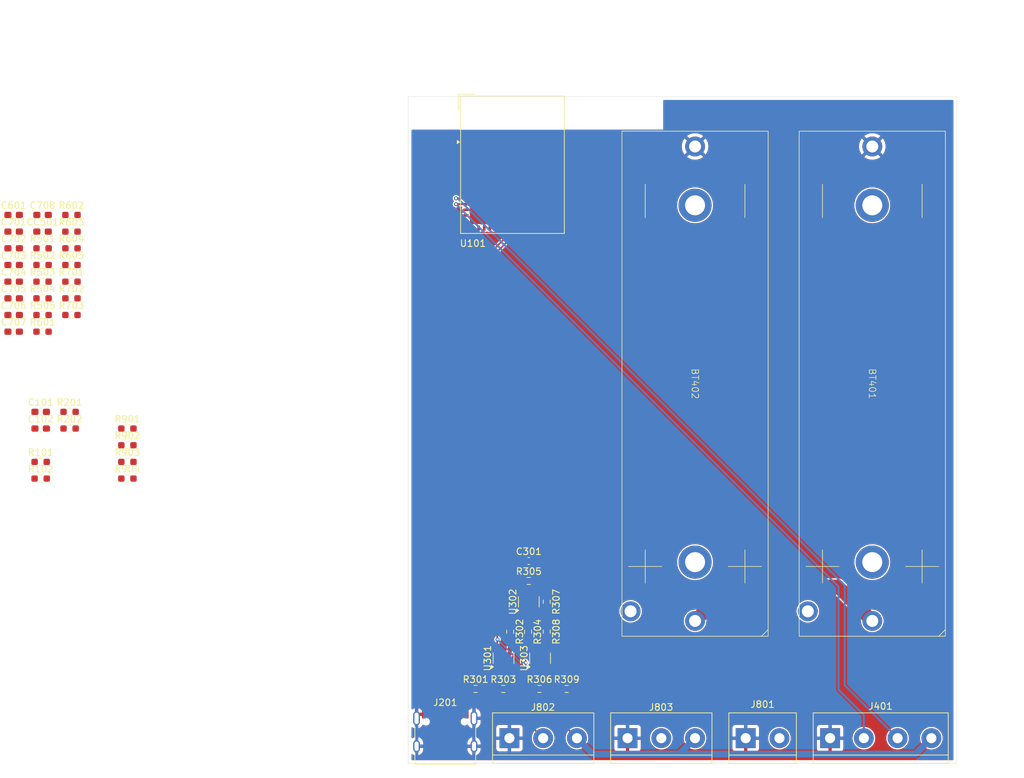
<source format=kicad_pcb>
(kicad_pcb (version 20240108) (generator "pcbnew") (generator_version "8.0")
  (layers (0 "F.Cu" signal) (31 "B.Cu" signal) (34 "B.Paste" user) (35 "F.Paste" user) (36 "B.SilkS" user "B.Silkscreen") (37 "F.SilkS" user "F.Silkscreen") (38 "B.Mask" user) (39 "F.Mask" user) (44 "Edge.Cuts" user))
  (net 0 "")
  (net 1 "+3V3")
  (net 2 "+BATT")
  (net 3 "VBUS")
  (net 4 "/TEMP_SENS")
  (net 5 "SOLAR")
  (net 6 "Net-(U601-VSS)")
  (net 7 "Net-(U701-VAUX)")
  (net 8 "/D+")
  (net 10 "/D-")
  (net 11 "Net-(J201-CC2)")
  (net 12 "Net-(J201-CC1)")
  (net 13 "GND")
  (net 15 "/I2C_SDA")
  (net 16 "/I2C_SCL")
  (net 17 "/PT100")
  (net 18 "/ONE_WIRE")
  (net 19 "/AMP+")
  (net 20 "/TEMP_DIFF+")
  (net 21 "/AMP_OUT")
  (net 22 "/TEMP_REF")
  (net 23 "/AMP-")
  (net 24 "/TEMP_DIFF-")
  (net 25 "Net-(U501-BAT)")
  (net 26 "Net-(U501-TS)")
  (net 27 "Net-(U501-VTSB)")
  (net 28 "Net-(U501-~{EN})")
  (net 29 "Net-(U501-ISET)")
  (net 30 "Net-(U501-VDPM)")
  (net 31 "Net-(U601-BAT)")
  (net 32 "/RESET")
  (net 33 "Net-(U601-TS)")
  (net 34 "Net-(U601-VTSB)")
  (net 35 "Net-(U601-~{EN})")
  (net 36 "Net-(U601-ISET)")
  (net 37 "Net-(U601-VDPM)")
  (net 38 "Net-(U701-EN)")
  (net 39 "Net-(U701-FB)")
  (net 40 "/BAT_SENSE")
  (net 41 "/SOLAR_SENSE")
  (net 48 "/BOOT")
  (footprint "Capacitor_SMD:C_0603_1608Metric_Pad1.08x0.95mm_HandSolder" (layer "F.Cu") (at 59 103.265)
    (property "Reference" "C102" (at 0 -1.43 0) (layer "F.SilkS"))
    (property "Value" "10u")
    (pad "1" smd roundrect (at -0.8625 0) (size 1.075 0.95) (layers "F.Cu" "F.Paste" "F.Mask") (net 48 "/BOOT"))
    (pad "2" smd roundrect (at 0.8625 0) (size 1.075 0.95) (layers "F.Cu" "F.Paste" "F.Mask") (net 13 "GND"))
  )
  (footprint "Resistor_SMD:R_0603_1608Metric_Pad0.98x0.95mm_HandSolder" (layer "F.Cu") (at 63.35 103.265)
    (property "Reference" "R202" (at 0 -1.43 0) (layer "F.SilkS"))
    (property "Value" "5k1")
    (pad "1" smd roundrect (at -0.9125 0) (size 0.975 0.95) (layers "F.Cu" "F.Paste" "F.Mask") (net 12 "Net-(J201-CC1)"))
    (pad "2" smd roundrect (at 0.9125 0) (size 0.975 0.95) (layers "F.Cu" "F.Paste" "F.Mask") (net 13 "GND"))
  )
  (footprint "Capacitor_SMD:C_0603_1608Metric_Pad1.08x0.95mm_HandSolder" (layer "F.Cu") (at 54.9325 71.12)
    (property "Reference" "C601" (at 0 -1.43 0) (layer "F.SilkS"))
    (property "Value" "10u")
    (pad "1" smd roundrect (at -0.8625 0) (size 1.075 0.95) (layers "F.Cu" "F.Paste" "F.Mask") (net 5 "SOLAR"))
    (pad "2" smd roundrect (at 0.8625 0) (size 1.075 0.95) (layers "F.Cu" "F.Paste" "F.Mask") (net 6 "Net-(U601-VSS)"))
  )
  (footprint "Resistor_SMD:R_0603_1608Metric_Pad0.98x0.95mm_HandSolder" (layer "F.Cu") (at 63.6325 73.63)
    (property "Reference" "R603" (at 0 -1.43 0) (layer "F.SilkS"))
    (property "Value" "5k1")
    (pad "1" smd roundrect (at -0.9125 0) (size 0.975 0.95) (layers "F.Cu" "F.Paste" "F.Mask") (net 35 "Net-(U601-~{EN})"))
    (pad "2" smd roundrect (at 0.9125 0) (size 0.975 0.95) (layers "F.Cu" "F.Paste" "F.Mask") (net 6 "Net-(U601-VSS)"))
  )
  (footprint "Resistor_SMD:R_0603_1608Metric_Pad0.98x0.95mm_HandSolder" (layer "F.Cu") (at 128.61875 142.45)
    (property "Reference" "R303" (at 0 -1.43 0) (layer "F.SilkS"))
    (property "Value" "90R")
    (pad "1" smd roundrect (at -0.9125 0) (size 0.975 0.95) (layers "F.Cu" "F.Paste" "F.Mask") (net 17 "/PT100"))
    (pad "2" smd roundrect (at 0.9125 0) (size 0.975 0.95) (layers "F.Cu" "F.Paste" "F.Mask") (net 13 "GND"))
  )
  (footprint "Resistor_SMD:R_0603_1608Metric_Pad0.98x0.95mm_HandSolder" (layer "F.Cu") (at 135.15625 133.8375 -90)
    (property "Reference" "R308" (at 0 -1.43 90) (layer "F.SilkS"))
    (property "Value" "200R")
    (pad "1" smd roundrect (at -0.9125 0 270) (size 0.975 0.95) (layers "F.Cu" "F.Paste" "F.Mask") (net 23 "/AMP-"))
    (pad "2" smd roundrect (at 0.9125 0 270) (size 0.975 0.95) (layers "F.Cu" "F.Paste" "F.Mask") (net 24 "/TEMP_DIFF-"))
  )
  (footprint "Resistor_SMD:R_0603_1608Metric_Pad0.98x0.95mm_HandSolder" (layer "F.Cu") (at 63.35 100.755)
    (property "Reference" "R201" (at 0 -1.43 0) (layer "F.SilkS"))
    (property "Value" "5k1")
    (pad "1" smd roundrect (at -0.9125 0) (size 0.975 0.95) (layers "F.Cu" "F.Paste" "F.Mask") (net 11 "Net-(J201-CC2)"))
    (pad "2" smd roundrect (at 0.9125 0) (size 0.975 0.95) (layers "F.Cu" "F.Paste" "F.Mask") (net 13 "GND"))
  )
  (footprint "Capacitor_SMD:C_0603_1608Metric_Pad1.08x0.95mm_HandSolder" (layer "F.Cu") (at 59.2825 73.63)
    (property "Reference" "CC501" (at 0 -1.43 0) (layer "F.SilkS"))
    (property "Value" "10u")
    (pad "1" smd roundrect (at -0.8625 0) (size 1.075 0.95) (layers "F.Cu" "F.Paste" "F.Mask") (net 3 "VBUS"))
    (pad "2" smd roundrect (at 0.8625 0) (size 1.075 0.95) (layers "F.Cu" "F.Paste" "F.Mask") (net 13 "GND"))
  )
  (footprint "Capacitor_SMD:C_0603_1608Metric_Pad1.08x0.95mm_HandSolder" (layer "F.Cu") (at 54.9325 86.18)
    (property "Reference" "C706" (at 0 -1.43 0) (layer "F.SilkS"))
    (property "Value" "22u")
    (pad "1" smd roundrect (at -0.8625 0) (size 1.075 0.95) (layers "F.Cu" "F.Paste" "F.Mask") (net 1 "+3V3"))
    (pad "2" smd roundrect (at 0.8625 0) (size 1.075 0.95) (layers "F.Cu" "F.Paste" "F.Mask") (net 13 "GND"))
  )
  (footprint "AlfredLib:18650" (layer "F.Cu") (at 184.15 96.52 -90)
    (property "Reference" "BT401" (at 0 0 -90) (layer "F.SilkS") (effects (font (thickness 0.1))))
    (property "Value" "Battery_Cell")
    (pad "" np_thru_hole circle (at -26.85 0 270) (size 5 5) (drill 3) (layers "F&B.Cu" "*.Mask"))
    (pad "" np_thru_hole circle (at 26.85 0 270) (size 5 5) (drill 3) (layers "F&B.Cu" "*.Mask"))
    (pad "" np_thru_hole circle (at 34.25 9.7 270) (size 3 3) (drill 1.8) (layers "F&B.Cu" "*.Mask"))
    (pad "1" thru_hole circle (at 35.7 0 270) (size 3 3) (drill 1.8) (layers "*.Cu" "*.Mask") (net 2 "+BATT"))
    (pad "2" thru_hole circle (at -35.7 0 270) (size 3 3) (drill 1.8) (layers "*.Cu" "*.Mask") (net 13 "GND"))
  )
  (footprint "Resistor_SMD:R_0603_1608Metric_Pad0.98x0.95mm_HandSolder" (layer "F.Cu") (at 59.2825 83.67)
    (property "Reference" "R504" (at 0 -1.43 0) (layer "F.SilkS"))
    (property "Value" "5k1")
    (pad "1" smd roundrect (at -0.9125 0) (size 0.975 0.95) (layers "F.Cu" "F.Paste" "F.Mask") (net 29 "Net-(U501-ISET)"))
    (pad "2" smd roundrect (at 0.9125 0) (size 0.975 0.95) (layers "F.Cu" "F.Paste" "F.Mask") (net 13 "GND"))
  )
  (footprint "Resistor_SMD:R_0603_1608Metric_Pad0.98x0.95mm_HandSolder" (layer "F.Cu") (at 59 108.285)
    (property "Reference" "R101" (at 0 -1.43 0) (layer "F.SilkS"))
    (property "Value" "5k1")
    (pad "1" smd roundrect (at -0.9125 0) (size 0.975 0.95) (layers "F.Cu" "F.Paste" "F.Mask") (net 1 "+3V3"))
    (pad "2" smd roundrect (at 0.9125 0) (size 0.975 0.95) (layers "F.Cu" "F.Paste" "F.Mask") (net 32 "/RESET"))
  )
  (footprint "Capacitor_SMD:C_0603_1608Metric_Pad1.08x0.95mm_HandSolder" (layer "F.Cu") (at 54.9325 78.65)
    (property "Reference" "C703" (at 0 -1.43 0) (layer "F.SilkS"))
    (property "Value" "10u")
    (pad "1" smd roundrect (at -0.8625 0) (size 1.075 0.95) (layers "F.Cu" "F.Paste" "F.Mask") (net 2 "+BATT"))
    (pad "2" smd roundrect (at 0.8625 0) (size 1.075 0.95) (layers "F.Cu" "F.Paste" "F.Mask") (net 13 "GND"))
  )
  (footprint "Resistor_SMD:R_0603_1608Metric_Pad0.98x0.95mm_HandSolder" (layer "F.Cu") (at 132.45625 126.2)
    (property "Reference" "R305" (at 0 -1.43 360) (layer "F.SilkS"))
    (property "Value" "100R")
    (pad "1" smd roundrect (at -0.9125 0) (size 0.975 0.95) (layers "F.Cu" "F.Paste" "F.Mask") (net 4 "/TEMP_SENS"))
    (pad "2" smd roundrect (at 0.9125 0) (size 0.975 0.95) (layers "F.Cu" "F.Paste" "F.Mask") (net 21 "/AMP_OUT"))
  )
  (footprint "Connector_USB:USB_C_Receptacle_G-Switch_GT-USB-7010ASV" (layer "F.Cu") (at 119.89 150)
    (property "Reference" "J201" (at 0 -5.5 0) (layer "F.SilkS"))
    (property "Value" "USB_C_Receptacle_USB2.0_16P")
    (pad "" np_thru_hole circle (at -2.89 -2.605) (size 0.65 0.65) (drill 0.65) (layers "*.Cu" "*.Mask"))
    (pad "" np_thru_hole circle (at 2.89 -2.605) (size 0.65 0.65) (drill 0.65) (layers "*.Cu" "*.Mask"))
    (pad "A1" smd rect (at -3.2 -3.725) (size 0.6 1.24) (layers "F.Cu" "F.Paste" "F.Mask") (net 13 "GND"))
    (pad "A4" smd rect (at -2.4 -3.725) (size 0.6 1.24) (layers "F.Cu" "F.Paste" "F.Mask") (net 3 "VBUS"))
    (pad "A5" smd rect (at -1.25 -3.725) (size 0.3 1.24) (layers "F.Cu" "F.Paste" "F.Mask") (net 12 "Net-(J201-CC1)"))
    (pad "A6" smd rect (at -0.25 -3.725) (size 0.3 1.24) (layers "F.Cu" "F.Paste" "F.Mask") (net 8 "/D+"))
    (pad "A7" smd rect (at 0.25 -3.725) (size 0.3 1.24) (layers "F.Cu" "F.Paste" "F.Mask") (net 10 "/D-"))
    (pad "A8" smd rect (at 1.25 -3.725) (size 0.3 1.24) (layers "F.Cu" "F.Paste" "F.Mask"))
    (pad "A9" smd rect (at 2.4 -3.725) (size 0.6 1.24) (layers "F.Cu" "F.Paste" "F.Mask") (net 3 "VBUS"))
    (pad "A12" smd rect (at 3.2 -3.725) (size 0.6 1.24) (layers "F.Cu" "F.Paste" "F.Mask") (net 13 "GND"))
    (pad "B1" smd rect (at 3.2 -3.725) (size 0.6 1.24) (layers "F.Cu" "F.Paste" "F.Mask") (net 13 "GND"))
    (pad "B4" smd rect (at 2.4 -3.725) (size 0.6 1.24) (layers "F.Cu" "F.Paste" "F.Mask") (net 3 "VBUS"))
    (pad "B5" smd rect (at 1.75 -3.725) (size 0.3 1.24) (layers "F.Cu" "F.Paste" "F.Mask") (net 11 "Net-(J201-CC2)"))
    (pad "B6" smd rect (at 0.75 -3.725) (size 0.3 1.24) (layers "F.Cu" "F.Paste" "F.Mask") (net 8 "/D+"))
    (pad "B7" smd rect (at -0.75 -3.725) (size 0.3 1.24) (layers "F.Cu" "F.Paste" "F.Mask") (net 10 "/D-"))
    (pad "B8" smd rect (at -1.75 -3.725) (size 0.3 1.24) (layers "F.Cu" "F.Paste" "F.Mask"))
    (pad "B9" smd rect (at -2.4 -3.725) (size 0.6 1.24) (layers "F.Cu" "F.Paste" "F.Mask") (net 3 "VBUS"))
    (pad "B12" smd rect (at -3.2 -3.725) (size 0.6 1.24) (layers "F.Cu" "F.Paste" "F.Mask") (net 13 "GND"))
    (pad "S1" thru_hole oval (at -4.32 -3.125) (size 1 2.1) (drill oval 0.6 1.7) (layers "*.Cu" "*.Mask") (net 13 "GND"))
    (pad "S1" thru_hole oval (at -4.32 1.075) (size 1 1.8) (drill oval 0.6 1.4) (layers "*.Cu" "*.Mask") (net 13 "GND"))
    (pad "S1" thru_hole oval (at 4.32 -3.125) (size 1 2.1) (drill oval 0.6 1.7) (layers "*.Cu" "*.Mask") (net 13 "GND"))
    (pad "S1" thru_hole oval (at 4.32 1.075) (size 1 1.8) (drill oval 0.6 1.4) (layers "*.Cu" "*.Mask") (net 13 "GND"))
  )
  (footprint "Resistor_SMD:R_0603_1608Metric_Pad0.98x0.95mm_HandSolder" (layer "F.Cu") (at 59 110.795)
    (property "Reference" "R102" (at 0 -1.43 0) (layer "F.SilkS"))
    (property "Value" "5k1")
    (pad "1" smd roundrect (at -0.9125 0) (size 0.975 0.95) (layers "F.Cu" "F.Paste" "F.Mask") (net 1 "+3V3"))
    (pad "2" smd roundrect (at 0.9125 0) (size 0.975 0.95) (layers "F.Cu" "F.Paste" "F.Mask") (net 48 "/BOOT"))
  )
  (footprint "TerminalBlock:TerminalBlock_bornier-2_P5.08mm" (layer "F.Cu") (at 165.1 149.86)
    (property "Reference" "J801" (at 2.54 -5.08 0) (layer "F.SilkS"))
    (property "Value" "Screw_Terminal_01x02")
    (pad "1" thru_hole rect (at 0 0) (size 3 3) (drill 1.52) (layers "*.Cu" "*.Mask") (net 13 "GND"))
    (pad "2" thru_hole circle (at 5.08 0) (size 3 3) (drill 1.52) (layers "*.Cu" "*.Mask") (net 5 "SOLAR"))
  )
  (footprint "Resistor_SMD:R_0603_1608Metric_Pad0.98x0.95mm_HandSolder" (layer "F.Cu") (at 72.05 110.795)
    (property "Reference" "R904" (at 0 -1.43 0) (layer "F.SilkS"))
    (property "Value" "7k5")
    (pad "1" smd roundrect (at -0.9125 0) (size 0.975 0.95) (layers "F.Cu" "F.Paste" "F.Mask") (net 41 "/SOLAR_SENSE"))
    (pad "2" smd roundrect (at 0.9125 0) (size 0.975 0.95) (layers "F.Cu" "F.Paste" "F.Mask") (net 13 "GND"))
  )
  (footprint "Capacitor_SMD:C_0603_1608Metric_Pad1.08x0.95mm_HandSolder" (layer "F.Cu") (at 54.9325 81.16)
    (property "Reference" "C704" (at 0 -1.43 0) (layer "F.SilkS"))
    (property "Value" "10u")
    (pad "1" smd roundrect (at -0.8625 0) (size 1.075 0.95) (layers "F.Cu" "F.Paste" "F.Mask") (net 1 "+3V3"))
    (pad "2" smd roundrect (at 0.8625 0) (size 1.075 0.95) (layers "F.Cu" "F.Paste" "F.Mask") (net 13 "GND"))
  )
  (footprint "Capacitor_SMD:C_0603_1608Metric_Pad1.08x0.95mm_HandSolder" (layer "F.Cu") (at 54.9325 76.14)
    (property "Reference" "C702" (at 0 -1.43 0) (layer "F.SilkS"))
    (property "Value" "10u")
    (pad "1" smd roundrect (at -0.8625 0) (size 1.075 0.95) (layers "F.Cu" "F.Paste" "F.Mask") (net 2 "+BATT"))
    (pad "2" smd roundrect (at 0.8625 0) (size 1.075 0.95) (layers "F.Cu" "F.Paste" "F.Mask") (net 13 "GND"))
  )
  (footprint "Resistor_SMD:R_0603_1608Metric_Pad0.98x0.95mm_HandSolder" (layer "F.Cu") (at 132.35625 133.85 -90)
    (property "Reference" "R304" (at 0 -1.43 90) (layer "F.SilkS"))
    (property "Value" "1k5")
    (pad "1" smd roundrect (at -0.9125 0 270) (size 0.975 0.95) (layers "F.Cu" "F.Paste" "F.Mask") (net 13 "GND"))
    (pad "2" smd roundrect (at 0.9125 0 270) (size 0.975 0.95) (layers "F.Cu" "F.Paste" "F.Mask") (net 20 "/TEMP_DIFF+"))
  )
  (footprint "Capacitor_SMD:C_0603_1608Metric_Pad1.08x0.95mm_HandSolder" (layer "F.Cu") (at 54.9325 88.69)
    (property "Reference" "C707" (at 0 -1.43 0) (layer "F.SilkS"))
    (property "Value" "22u")
    (pad "1" smd roundrect (at -0.8625 0) (size 1.075 0.95) (layers "F.Cu" "F.Paste" "F.Mask") (net 1 "+3V3"))
    (pad "2" smd roundrect (at 0.8625 0) (size 1.075 0.95) (layers "F.Cu" "F.Paste" "F.Mask") (net 13 "GND"))
  )
  (footprint "TerminalBlock:TerminalBlock_bornier-4_P5.08mm" (layer "F.Cu") (at 177.8 149.86)
    (property "Reference" "J401" (at 7.6 -4.8 0) (layer "F.SilkS"))
    (property "Value" "Screw_Terminal_01x04")
    (pad "1" thru_hole rect (at 0 0) (size 3 3) (drill 1.52) (layers "*.Cu" "*.Mask") (net 13 "GND"))
    (pad "2" thru_hole circle (at 5.08 0) (size 3 3) (drill 1.52) (layers "*.Cu" "*.Mask") (net 16 "/I2C_SCL"))
    (pad "3" thru_hole circle (at 10.16 0) (size 3 3) (drill 1.52) (layers "*.Cu" "*.Mask") (net 15 "/I2C_SDA"))
    (pad "4" thru_hole circle (at 15.24 0) (size 3 3) (drill 1.52) (layers "*.Cu" "*.Mask") (net 1 "+3V3"))
  )
  (footprint "Capacitor_SMD:C_0603_1608Metric_Pad1.08x0.95mm_HandSolder" (layer "F.Cu") (at 59.2825 71.12)
    (property "Reference" "C708" (at 0 -1.43 0) (layer "F.SilkS"))
    (property "Value" "100n")
    (pad "1" smd roundrect (at -0.8625 0) (size 1.075 0.95) (layers "F.Cu" "F.Paste" "F.Mask") (net 7 "Net-(U701-VAUX)"))
    (pad "2" smd roundrect (at 0.8625 0) (size 1.075 0.95) (layers "F.Cu" "F.Paste" "F.Mask") (net 13 "GND"))
  )
  (footprint "Resistor_SMD:R_0603_1608Metric_Pad0.98x0.95mm_HandSolder" (layer "F.Cu") (at 135.15625 129.3375 -90)
    (property "Reference" "R307" (at 0 -1.43 90) (layer "F.SilkS"))
    (property "Value" "1k5")
    (pad "1" smd roundrect (at -0.9125 0 270) (size 0.975 0.95) (layers "F.Cu" "F.Paste" "F.Mask") (net 21 "/AMP_OUT"))
    (pad "2" smd roundrect (at 0.9125 0 270) (size 0.975 0.95) (layers "F.Cu" "F.Paste" "F.Mask") (net 23 "/AMP-"))
  )
  (footprint "Resistor_SMD:R_0603_1608Metric_Pad0.98x0.95mm_HandSolder" (layer "F.Cu") (at 72.05 103.265)
    (property "Reference" "R901" (at 0 -1.43 0) (layer "F.SilkS"))
    (property "Value" "3k")
    (pad "1" smd roundrect (at -0.9125 0) (size 0.975 0.95) (layers "F.Cu" "F.Paste" "F.Mask") (net 2 "+BATT"))
    (pad "2" smd roundrect (at 0.9125 0) (size 0.975 0.95) (layers "F.Cu" "F.Paste" "F.Mask") (net 40 "/BAT_SENSE"))
  )
  (footprint "Capacitor_SMD:C_0603_1608Metric_Pad1.08x0.95mm_HandSolder" (layer "F.Cu") (at 132.45625 123.2)
    (property "Reference" "C301" (at 0 -1.43 0) (layer "F.SilkS"))
    (property "Value" "22u")
    (pad "1" smd roundrect (at -0.8625 0) (size 1.075 0.95) (layers "F.Cu" "F.Paste" "F.Mask") (net 4 "/TEMP_SENS"))
    (pad "2" smd roundrect (at 0.8625 0) (size 1.075 0.95) (layers "F.Cu" "F.Paste" "F.Mask") (net 13 "GND"))
  )
  (footprint "Capacitor_SMD:C_0603_1608Metric_Pad1.08x0.95mm_HandSolder" (layer "F.Cu") (at 54.9325 83.67)
    (property "Reference" "C705" (at 0 -1.43 0) (layer "F.SilkS"))
    (property "Value" "22u")
    (pad "1" smd roundrect (at -0.8625 0) (size 1.075 0.95) (layers "F.Cu" "F.Paste" "F.Mask") (net 1 "+3V3"))
    (pad "2" smd roundrect (at 0.8625 0) (size 1.075 0.95) (layers "F.Cu" "F.Paste" "F.Mask") (net 13 "GND"))
  )
  (footprint "Resistor_SMD:R_0603_1608Metric_Pad0.98x0.95mm_HandSolder" (layer "F.Cu") (at 138.15625 142.45)
    (property "Reference" "R309" (at 0 -1.43 0) (layer "F.SilkS"))
    (property "Value" "90R")
    (pad "1" smd roundrect (at -0.9125 0) (size 0.975 0.95) (layers "F.Cu" "F.Paste" "F.Mask") (net 22 "/TEMP_REF"))
    (pad "2" smd roundrect (at 0.9125 0) (size 0.975 0.95) (layers "F.Cu" "F.Paste" "F.Mask") (net 13 "GND"))
  )
  (footprint "Resistor_SMD:R_0603_1608Metric_Pad0.98x0.95mm_HandSolder" (layer "F.Cu") (at 63.6325 76.14)
    (property "Reference" "R604" (at 0 -1.43 0) (layer "F.SilkS"))
    (property "Value" "5k1")
    (pad "1" smd roundrect (at -0.9125 0) (size 0.975 0.95) (layers "F.Cu" "F.Paste" "F.Mask") (net 36 "Net-(U601-ISET)"))
    (pad "2" smd roundrect (at 0.9125 0) (size 0.975 0.95) (layers "F.Cu" "F.Paste" "F.Mask") (net 6 "Net-(U601-VSS)"))
  )
  (footprint "Resistor_SMD:R_0603_1608Metric_Pad0.98x0.95mm_HandSolder" (layer "F.Cu") (at 59.2825 88.69)
    (property "Reference" "R601" (at 0 -1.43 0) (layer "F.SilkS"))
    (property "Value" "0R")
    (pad "1" smd roundrect (at -0.9125 0) (size 0.975 0.95) (layers "F.Cu" "F.Paste" "F.Mask") (net 31 "Net-(U601-BAT)"))
    (pad "2" smd roundrect (at 0.9125 0) (size 0.975 0.95) (layers "F.Cu" "F.Paste" "F.Mask") (net 2 "+BATT"))
  )
  (footprint "Capacitor_SMD:C_0603_1608Metric_Pad1.08x0.95mm_HandSolder" (layer "F.Cu") (at 54.9325 73.63)
    (property "Reference" "C701" (at 0 -1.43 0) (layer "F.SilkS"))
    (property "Value" "10u")
    (pad "1" smd roundrect (at -0.8625 0) (size 1.075 0.95) (layers "F.Cu" "F.Paste" "F.Mask") (net 2 "+BATT"))
    (pad "2" smd roundrect (at 0.8625 0) (size 1.075 0.95) (layers "F.Cu" "F.Paste" "F.Mask") (net 13 "GND"))
  )
  (footprint "TerminalBlock:TerminalBlock_bornier-3_P5.08mm" (layer "F.Cu") (at 147.32 149.86)
    (property "Reference" "J803" (at 5.05 -4.65 0) (layer "F.SilkS"))
    (property "Value" "Screw_Terminal_01x03")
    (pad "1" thru_hole rect (at 0 0) (size 3 3) (drill 1.52) (layers "*.Cu" "*.Mask") (net 13 "GND"))
    (pad "2" thru_hole circle (at 5.08 0) (size 3 3) (drill 1.52) (layers "*.Cu" "*.Mask") (net 18 "/ONE_WIRE"))
    (pad "3" thru_hole circle (at 10.16 0) (size 3 3) (drill 1.52) (layers "*.Cu" "*.Mask") (net 1 "+3V3"))
  )
  (footprint "Package_TO_SOT_SMD:SOT-23-5" (layer "F.Cu") (at 134.15625 137.8375 90)
    (property "Reference" "U303" (at 0 -2.4 270) (layer "F.SilkS"))
    (property "Value" "LMV321")
    (pad "1" smd roundrect (at -1.1375 -0.95 90) (size 1.325 0.6) (layers "F.Cu" "F.Paste" "F.Mask") (net 22 "/TEMP_REF"))
    (pad "2" smd roundrect (at -1.1375 0 90) (size 1.325 0.6) (layers "F.Cu" "F.Paste" "F.Mask") (net 13 "GND"))
    (pad "3" smd roundrect (at -1.1375 0.95 90) (size 1.325 0.6) (layers "F.Cu" "F.Paste" "F.Mask") (net 24 "/TEMP_DIFF-"))
    (pad "4" smd roundrect (at 1.1375 0.95 90) (size 1.325 0.6) (layers "F.Cu" "F.Paste" "F.Mask") (net 24 "/TEMP_DIFF-"))
    (pad "5" smd roundrect (at 1.1375 -0.95 90) (size 1.325 0.6) (layers "F.Cu" "F.Paste" "F.Mask") (net 1 "+3V3"))
  )
  (footprint "TerminalBlock:TerminalBlock_bornier-3_P5.08mm" (layer "F.Cu") (at 129.54 149.86)
    (property "Reference" "J802" (at 5.05 -4.65 0) (layer "F.SilkS"))
    (property "Value" "Screw_Terminal_01x03")
    (pad "1" thru_hole rect (at 0 0) (size 3 3) (drill 1.52) (layers "*.Cu" "*.Mask") (net 13 "GND"))
    (pad "2" thru_hole circle (at 5.08 0) (size 3 3) (drill 1.52) (layers "*.Cu" "*.Mask") (net 17 "/PT100"))
    (pad "3" thru_hole circle (at 10.16 0) (size 3 3) (drill 1.52) (layers "*.Cu" "*.Mask") (net 1 "+3V3"))
  )
  (footprint "Resistor_SMD:R_0603_1608Metric_Pad0.98x0.95mm_HandSolder" (layer "F.Cu") (at 59.2825 81.16)
    (property "Reference" "R503" (at 0 -1.43 0) (layer "F.SilkS"))
    (property "Value" "5k1")
    (pad "1" smd roundrect (at -0.9125 0) (size 0.975 0.95) (layers "F.Cu" "F.Paste" "F.Mask") (net 28 "Net-(U501-~{EN})"))
    (pad "2" smd roundrect (at 0.9125 0) (size 0.975 0.95) (layers "F.Cu" "F.Paste" "F.Mask") (net 13 "GND"))
  )
  (footprint "Resistor_SMD:R_0603_1608Metric_Pad0.98x0.95mm_HandSolder" (layer "F.Cu") (at 63.6325 86.18)
    (property "Reference" "R703" (at 0 -1.43 0) (layer "F.SilkS"))
    (property "Value" "150k")
    (pad "1" smd roundrect (at -0.9125 0) (size 0.975 0.95) (layers "F.Cu" "F.Paste" "F.Mask") (net 39 "Net-(U701-FB)"))
    (pad "2" smd roundrect (at 0.9125 0) (size 0.975 0.95) (layers "F.Cu" "F.Paste" "F.Mask") (net 13 "GND"))
  )
  (footprint "Resistor_SMD:R_0603_1608Metric_Pad0.98x0.95mm_HandSolder" (layer "F.Cu") (at 134.06875 142.45)
    (property "Reference" "R306" (at 0 -1.43 0) (layer "F.SilkS"))
    (property "Value" "120R")
    (pad "1" smd roundrect (at -0.9125 0) (size 0.975 0.95) (layers "F.Cu" "F.Paste" "F.Mask") (net 1 "+3V3"))
    (pad "2" smd roundrect (at 0.9125 0) (size 0.975 0.95) (layers "F.Cu" "F.Paste" "F.Mask") (net 22 "/TEMP_REF"))
  )
  (footprint "Package_TO_SOT_SMD:SOT-23-5" (layer "F.Cu") (at 132.45625 129.3375 90)
    (property "Reference" "U302" (at 0 -2.4 270) (layer "F.SilkS"))
    (property "Value" "LMV321")
    (pad "1" smd roundrect (at -1.1375 -0.95 90) (size 1.325 0.6) (layers "F.Cu" "F.Paste" "F.Mask") (net 19 "/AMP+"))
    (pad "2" smd roundrect (at -1.1375 0 90) (size 1.325 0.6) (layers "F.Cu" "F.Paste" "F.Mask") (net 13 "GND"))
    (pad "3" smd roundrect (at -1.1375 0.95 90) (size 1.325 0.6) (layers "F.Cu" "F.Paste" "F.Mask") (net 23 "/AMP-"))
    (pad "4" smd roundrect (at 1.1375 0.95 90) (size 1.325 0.6) (layers "F.Cu" "F.Paste" "F.Mask") (net 21 "/AMP_OUT"))
    (pad "5" smd roundrect (at 1.1375 -0.95 90) (size 1.325 0.6) (layers "F.Cu" "F.Paste" "F.Mask") (net 1 "+3V3"))
  )
  (footprint "Package_TO_SOT_SMD:SOT-23-5" (layer "F.Cu") (at 128.65625 137.8375 90)
    (property "Reference" "U301" (at 0 -2.4 270) (layer "F.SilkS"))
    (property "Value" "LMV321")
    (pad "1" smd roundrect (at -1.1375 -0.95 90) (size 1.325 0.6) (layers "F.Cu" "F.Paste" "F.Mask") (net 17 "/PT100"))
    (pad "2" smd roundrect (at -1.1375 0 90) (size 1.325 0.6) (layers "F.Cu" "F.Paste" "F.Mask") (net 13 "GND"))
    (pad "3" smd roundrect (at -1.1375 0.95 90) (size 1.325 0.6) (layers "F.Cu" "F.Paste" "F.Mask") (net 20 "/TEMP_DIFF+"))
    (pad "4" smd roundrect (at 1.1375 0.95 90) (size 1.325 0.6) (layers "F.Cu" "F.Paste" "F.Mask") (net 20 "/TEMP_DIFF+"))
    (pad "5" smd roundrect (at 1.1375 -0.95 90) (size 1.325 0.6) (layers "F.Cu" "F.Paste" "F.Mask") (net 1 "+3V3"))
  )
  (footprint "Resistor_SMD:R_0603_1608Metric_Pad0.98x0.95mm_HandSolder" (layer "F.Cu") (at 63.6325 83.67)
    (property "Reference" "R702" (at 0 -1.43 0) (layer "F.SilkS"))
    (property "Value" "470k")
    (pad "1" smd roundrect (at -0.9125 0) (size 0.975 0.95) (layers "F.Cu" "F.Paste" "F.Mask") (net 1 "+3V3"))
    (pad "2" smd roundrect (at 0.9125 0) (size 0.975 0.95) (layers "F.Cu" "F.Paste" "F.Mask") (net 39 "Net-(U701-FB)"))
  )
  (footprint "Resistor_SMD:R_0603_1608Metric_Pad0.98x0.95mm_HandSolder" (layer "F.Cu") (at 72.05 108.285)
    (property "Reference" "R903" (at 0 -1.43 0) (layer "F.SilkS"))
    (property "Value" "7k5")
    (pad "1" smd roundrect (at -0.9125 0) (size 0.975 0.95) (layers "F.Cu" "F.Paste" "F.Mask") (net 40 "/BAT_SENSE"))
    (pad "2" smd roundrect (at 0.9125 0) (size 0.975 0.95) (layers "F.Cu" "F.Paste" "F.Mask") (net 13 "GND"))
  )
  (footprint "Resistor_SMD:R_0603_1608Metric_Pad0.98x0.95mm_HandSolder" (layer "F.Cu") (at 129.65625 133.8375 -90)
    (property "Reference" "R302" (at 0 -1.43 90) (layer "F.SilkS"))
    (property "Value" "200R")
    (pad "1" smd roundrect (at -0.9125 0 270) (size 0.975 0.95) (layers "F.Cu" "F.Paste" "F.Mask") (net 19 "/AMP+"))
    (pad "2" smd roundrect (at 0.9125 0 270) (size 0.975 0.95) (layers "F.Cu" "F.Paste" "F.Mask") (net 20 "/TEMP_DIFF+"))
  )
  (footprint "Resistor_SMD:R_0603_1608Metric_Pad0.98x0.95mm_HandSolder" (layer "F.Cu") (at 59.2825 86.18)
    (property "Reference" "R505" (at 0 -1.43 0) (layer "F.SilkS"))
    (property "Value" "5k1")
    (pad "1" smd roundrect (at -0.9125 0) (size 0.975 0.95) (layers "F.Cu" "F.Paste" "F.Mask") (net 30 "Net-(U501-VDPM)"))
    (pad "2" smd roundrect (at 0.9125 0) (size 0.975 0.95) (layers "F.Cu" "F.Paste" "F.Mask") (net 13 "GND"))
  )
  (footprint "AlfredLib:18650" (layer "F.Cu") (at 157.48 96.52 -90)
    (property "Reference" "BT402" (at 0 0 -90) (layer "F.SilkS") (effects (font (thickness 0.1))))
    (property "Value" "Battery_Cell")
    (pad "" np_thru_hole circle (at -26.85 0 270) (size 5 5) (drill 3) (layers "F&B.Cu" "*.Mask"))
    (pad "" np_thru_hole circle (at 26.85 0 270) (size 5 5) (drill 3) (layers "F&B.Cu" "*.Mask"))
    (pad "" np_thru_hole circle (at 34.25 9.7 270) (size 3 3) (drill 1.8) (layers "F&B.Cu" "*.Mask"))
    (pad "1" thru_hole circle (at 35.7 0 270) (size 3 3) (drill 1.8) (layers "*.Cu" "*.Mask") (net 2 "+BATT"))
    (pad "2" thru_hole circle (at -35.7 0 270) (size 3 3) (drill 1.8) (layers "*.Cu" "*.Mask") (net 13 "GND"))
  )
  (footprint "RF_Module:ESP32-S2-MINI-1" (layer "F.Cu") (at 130 63.55)
    (property "Reference" "U101" (at -5.95 11.85 0) (layer "F.SilkS"))
    (property "Value" "ESP32-S3-MINI-1")
    (pad "1" smd rect (at -7 -3.4) (size 0.8 0.4) (layers "F.Cu" "F.Paste" "F.Mask") (net 13 "GND"))
    (pad "2" smd rect (at -7 -2.55) (size 0.8 0.4) (layers "F.Cu" "F.Paste" "F.Mask") (net 13 "GND"))
    (pad "3" smd rect (at -7 -1.7) (size 0.8 0.4) (layers "F.Cu" "F.Paste" "F.Mask") (net 1 "+3V3"))
    (pad "4" smd rect (at -7 -0.85) (size 0.8 0.4) (layers "F.Cu" "F.Paste" "F.Mask") (net 48 "/BOOT"))
    (pad "5" smd rect (at -7 0) (size 0.8 0.4) (layers "F.Cu" "F.Paste" "F.Mask") (net 4 "/TEMP_SENS"))
    (pad "6" smd rect (at -7 0.85) (size 0.8 0.4) (layers "F.Cu" "F.Paste" "F.Mask") (net 40 "/BAT_SENSE"))
    (pad "7" smd rect (at -7 1.7) (size 0.8 0.4) (layers "F.Cu" "F.Paste" "F.Mask") (net 41 "/SOLAR_SENSE"))
    (pad "8" smd rect (at -7 2.55) (size 0.8 0.4) (layers "F.Cu" "F.Paste" "F.Mask"))
    (pad "9" smd rect (at -7 3.4) (size 0.8 0.4) (layers "F.Cu" "F.Paste" "F.Mask"))
    (pad "10" smd rect (at -7 4.25) (size 0.8 0.4) (layers "F.Cu" "F.Paste" "F.Mask"))
    (pad "11" smd rect (at -7 5.1) (size 0.8 0.4) (layers "F.Cu" "F.Paste" "F.Mask"))
    (pad "12" smd rect (at -7 5.95) (size 0.8 0.4) (layers "F.Cu" "F.Paste" "F.Mask") (net 15 "/I2C_SDA"))
    (pad "13" smd rect (at -7 6.8) (size 0.8 0.4) (layers "F.Cu" "F.Paste" "F.Mask") (net 16 "/I2C_SCL"))
    (pad "14" smd rect (at -7 7.65) (size 0.8 0.4) (layers "F.Cu" "F.Paste" "F.Mask") (net 18 "/ONE_WIRE"))
    (pad "15" smd rect (at -7 8.5) (size 0.8 0.4) (layers "F.Cu" "F.Paste" "F.Mask"))
    (pad "16" smd rect (at -5.95 9.55 90) (size 0.8 0.4) (layers "F.Cu" "F.Paste" "F.Mask"))
    (pad "17" smd rect (at -5.1 9.55 90) (size 0.8 0.4) (layers "F.Cu" "F.Paste" "F.Mask"))
    (pad "18" smd rect (at -4.25 9.55 90) (size 0.8 0.4) (layers "F.Cu" "F.Paste" "F.Mask"))
    (pad "19" smd rect (at -3.4 9.55 90) (size 0.8 0.4) (layers "F.Cu" "F.Paste" "F.Mask"))
    (pad "20" smd rect (at -2.55 9.55 90) (size 0.8 0.4) (layers "F.Cu" "F.Paste" "F.Mask"))
    (pad "21" smd rect (at -1.7 9.55 90) (size 0.8 0.4) (layers "F.Cu" "F.Paste" "F.Mask"))
    (pad "22" smd rect (at -0.85 9.55 90) (size 0.8 0.4) (layers "F.Cu" "F.Paste" "F.Mask"))
    (pad "23" smd rect (at 0 9.55 90) (size 0.8 0.4) (layers "F.Cu" "F.Paste" "F.Mask") (net 10 "/D-"))
    (pad "24" smd rect (at 0.85 9.55 90) (size 0.8 0.4) (layers "F.Cu" "F.Paste" "F.Mask") (net 8 "/D+"))
    (pad "25" smd rect (at 1.7 9.55 90) (size 0.8 0.4) (layers "F.Cu" "F.Paste" "F.Mask"))
    (pad "26" smd rect (at 2.55 9.55 90) (size 0.8 0.4) (layers "F.Cu" "F.Paste" "F.Mask"))
    (pad "27" smd rect (at 3.4 9.55 90) (size 0.8 0.4) (layers "F.Cu" "F.Paste" "F.Mask"))
    (pad "28" smd rect (at 4.25 9.55 90) (size 0.8 0.4) (layers "F.Cu" "F.Paste" "F.Mask"))
    (pad "29" smd rect (at 5.1 9.55 90) (size 0.8 0.4) (layers "F.Cu" "F.Paste" "F.Mask"))
    (pad "30" smd rect (at 5.95 9.55 90) (size 0.8 0.4) (layers "F.Cu" "F.Paste" "F.Mask"))
    (pad "31" smd rect (at 7 8.5) (size 0.8 0.4) (layers "F.Cu" "F.Paste" "F.Mask"))
    (pad "32" smd rect (at 7 7.65) (size 0.8 0.4) (layers "F.Cu" "F.Paste" "F.Mask"))
    (pad "33" smd rect (at 7 6.8) (size 0.8 0.4) (layers "F.Cu" "F.Paste" "F.Mask"))
    (pad "34" smd rect (at 7 5.95) (size 0.8 0.4) (layers "F.Cu" "F.Paste" "F.Mask"))
    (pad "35" smd rect (at 7 5.1) (size 0.8 0.4) (layers "F.Cu" "F.Paste" "F.Mask"))
    (pad "36" smd rect (at 7 4.25) (size 0.8 0.4) (layers "F.Cu" "F.Paste" "F.Mask"))
    (pad "37" smd rect (at 7 3.4) (size 0.8 0.4) (layers "F.Cu" "F.Paste" "F.Mask"))
    (pad "38" smd rect (at 7 2.55) (size 0.8 0.4) (layers "F.Cu" "F.Paste" "F.Mask"))
    (pad "39" smd rect (at 7 1.7) (size 0.8 0.4) (layers "F.Cu" "F.Paste" "F.Mask"))
    (pad "40" smd rect (at 7 0.85) (size 0.8 0.4) (layers "F.Cu" "F.Paste" "F.Mask"))
    (pad "41" smd rect (at 7 0) (size 0.8 0.4) (layers "F.Cu" "F.Paste" "F.Mask"))
    (pad "42" smd rect (at 7 -0.85) (size 0.8 0.4) (layers "F.Cu" "F.Paste" "F.Mask") (net 13 "GND"))
    (pad "43" smd rect (at 7 -1.7) (size 0.8 0.4) (layers "F.Cu" "F.Paste" "F.Mask") (net 13 "GND"))
    (pad "44" smd rect (at 7 -2.55) (size 0.8 0.4) (layers "F.Cu" "F.Paste" "F.Mask"))
    (pad "45" smd rect (at 7 -3.4) (size 0.8 0.4) (layers "F.Cu" "F.Paste" "F.Mask") (net 32 "/RESET"))
    (pad "46" smd rect (at 5.95 -4.45 90) (size 0.8 0.4) (layers "F.Cu" "F.Paste" "F.Mask") (net 13 "GND"))
    (pad "47" smd rect (at 5.1 -4.45 90) (size 0.8 0.4) (layers "F.Cu" "F.Paste" "F.Mask") (net 13 "GND"))
    (pad "48" smd rect (at 4.25 -4.45 90) (size 0.8 0.4) (layers "F.Cu" "F.Paste" "F.Mask") (net 13 "GND"))
    (pad "49" smd rect (at 3.4 -4.45 90) (size 0.8 0.4) (layers "F.Cu" "F.Paste" "F.Mask") (net 13 "GND"))
    (pad "50" smd rect (at 2.55 -4.45 90) (size 0.8 0.4) (layers "F.Cu" "F.Paste" "F.Mask") (net 13 "GND"))
    (pad "51" smd rect (at 1.7 -4.45 90) (size 0.8 0.4) (layers "F.Cu" "F.Paste" "F.Mask") (net 13 "GND"))
    (pad "52" smd rect (at 0.85 -4.45 90) (size 0.8 0.4) (layers "F.Cu" "F.Paste" "F.Mask") (net 13 "GND"))
    (pad "53" smd rect (at 0 -4.45 90) (size 0.8 0.4) (layers "F.Cu" "F.Paste" "F.Mask") (net 13 "GND"))
    (pad "54" smd rect (at -0.85 -4.45 90) (size 0.8 0.4) (layers "F.Cu" "F.Paste" "F.Mask") (net 13 "GND"))
    (pad "55" smd rect (at -1.7 -4.45 90) (size 0.8 0.4) (layers "F.Cu" "F.Paste" "F.Mask") (net 13 "GND"))
    (pad "56" smd rect (at -2.55 -4.45 90) (size 0.8 0.4) (layers "F.Cu" "F.Paste" "F.Mask") (net 13 "GND"))
    (pad "57" smd rect (at -3.4 -4.45 90) (size 0.8 0.4) (layers "F.Cu" "F.Paste" "F.Mask") (net 13 "GND"))
    (pad "58" smd rect (at -4.25 -4.45 90) (size 0.8 0.4) (layers "F.Cu" "F.Paste" "F.Mask") (net 13 "GND"))
    (pad "59" smd rect (at -5.1 -4.45 90) (size 0.8 0.4) (layers "F.Cu" "F.Paste" "F.Mask") (net 13 "GND"))
    (pad "60" smd rect (at -5.95 -4.45 90) (size 0.8 0.4) (layers "F.Cu" "F.Paste" "F.Mask") (net 13 "GND"))
    (pad "61" smd roundrect (at -1.65 0.9) (size 1.2 1.2) (layers "F.Cu" "F.Paste" "F.Mask") (roundrect_rratio 0) (chamfer_ratio 0.33) (chamfer top_left) (net 13 "GND"))
    (pad "61" smd rect (at -1.65 2.55) (size 1.2 1.2) (layers "F.Cu" "F.Paste" "F.Mask") (net 13 "GND"))
    (pad "61" smd rect (at -1.65 4.2) (size 1.2 1.2) (layers "F.Cu" "F.Paste" "F.Mask") (net 13 "GND"))
    (pad "61" smd rect (at 0 0.9) (size 1.2 1.2) (layers "F.Cu" "F.Paste" "F.Mask") (net 13 "GND"))
    (pad "61" smd rect (at 0 2.55) (size 1.2 1.2) (layers "F.Cu" "F.Paste" "F.Mask") (net 13 "GND"))
    (pad "61" smd rect (at 0 4.2) (size 1.2 1.2) (layers "F.Cu" "F.Paste" "F.Mask") (net 13 "GND"))
    (pad "61" smd rect (at 1.65 0.9) (size 1.2 1.2) (layers "F.Cu" "F.Paste" "F.Mask") (net 13 "GND"))
    (pad "61" smd rect (at 1.65 2.55) (size 1.2 1.2) (layers "F.Cu" "F.Paste" "F.Mask") (net 13 "GND"))
    (pad "61" smd rect (at 1.65 4.2) (size 1.2 1.2) (layers "F.Cu" "F.Paste" "F.Mask") (net 13 "GND"))
    (pad "62" smd rect (at -7 -4.45) (size 0.8 0.8) (layers "F.Cu" "F.Paste" "F.Mask") (net 13 "GND"))
    (pad "63" smd rect (at -7 9.55) (size 0.8 0.8) (layers "F.Cu" "F.Paste" "F.Mask") (net 13 "GND"))
    (pad "64" smd rect (at 7 9.55) (size 0.8 0.8) (layers "F.Cu" "F.Paste" "F.Mask") (net 13 "GND"))
    (pad "65" smd rect (at 7 -4.45) (size 0.8 0.8) (layers "F.Cu" "F.Paste" "F.Mask") (net 13 "GND"))
    (zone (net 0) (net_name "") (layers "*.Cu") (name "Antenna") (connect_pads (clearance 0)) (min_thickness 0.254)
      (keepout (tracks not_allowed) (vias not_allowed) (pads not_allowed) (copperpour not_allowed) (footprints not_allowed))
      (fill (thermal_gap 0.508) (thermal_bridge_width 0.508))
      (polygon (pts (xy 152.7 58.3) (xy 107.3 58.3) (xy 107.3 38.8) (xy 152.7 38.8)))
    )
  )
  (footprint "Capacitor_SMD:C_0603_1608Metric_Pad1.08x0.95mm_HandSolder" (layer "F.Cu") (at 59 100.755)
    (property "Reference" "C101" (at 0 -1.43 0) (layer "F.SilkS"))
    (property "Value" "10u")
    (pad "1" smd roundrect (at -0.8625 0) (size 1.075 0.95) (layers "F.Cu" "F.Paste" "F.Mask") (net 32 "/RESET"))
    (pad "2" smd roundrect (at 0.8625 0) (size 1.075 0.95) (layers "F.Cu" "F.Paste" "F.Mask") (net 13 "GND"))
  )
  (footprint "Resistor_SMD:R_0603_1608Metric_Pad0.98x0.95mm_HandSolder" (layer "F.Cu") (at 63.6325 81.16)
    (property "Reference" "R701" (at 0 -1.43 0) (layer "F.SilkS"))
    (property "Value" "5k1")
    (pad "1" smd roundrect (at -0.9125 0) (size 0.975 0.95) (layers "F.Cu" "F.Paste" "F.Mask") (net 2 "+BATT"))
    (pad "2" smd roundrect (at 0.9125 0) (size 0.975 0.95) (layers "F.Cu" "F.Paste" "F.Mask") (net 38 "Net-(U701-EN)"))
  )
  (footprint "Resistor_SMD:R_0603_1608Metric_Pad0.98x0.95mm_HandSolder" (layer "F.Cu") (at 63.6325 78.65)
    (property "Reference" "R605" (at 0 -1.43 0) (layer "F.SilkS"))
    (property "Value" "5k1")
    (pad "1" smd roundrect (at -0.9125 0) (size 0.975 0.95) (layers "F.Cu" "F.Paste" "F.Mask") (net 37 "Net-(U601-VDPM)"))
    (pad "2" smd roundrect (at 0.9125 0) (size 0.975 0.95) (layers "F.Cu" "F.Paste" "F.Mask") (net 6 "Net-(U601-VSS)"))
  )
  (footprint "Resistor_SMD:R_0603_1608Metric_Pad0.98x0.95mm_HandSolder" (layer "F.Cu") (at 124.45625 142.45)
    (property "Reference" "R301" (at 0 -1.43 0) (layer "F.SilkS"))
    (property "Value" "120R")
    (pad "1" smd roundrect (at -0.9125 0) (size 0.975 0.95) (layers "F.Cu" "F.Paste" "F.Mask") (net 1 "+3V3"))
    (pad "2" smd roundrect (at 0.9125 0) (size 0.975 0.95) (layers "F.Cu" "F.Paste" "F.Mask") (net 17 "/PT100"))
  )
  (footprint "Resistor_SMD:R_0603_1608Metric_Pad0.98x0.95mm_HandSolder" (layer "F.Cu") (at 59.2825 78.65)
    (property "Reference" "R502" (at 0 -1.43 0) (layer "F.SilkS"))
    (property "Value" "5k1")
    (pad "1" smd roundrect (at -0.9125 0) (size 0.975 0.95) (layers "F.Cu" "F.Paste" "F.Mask") (net 27 "Net-(U501-VTSB)"))
    (pad "2" smd roundrect (at 0.9125 0) (size 0.975 0.95) (layers "F.Cu" "F.Paste" "F.Mask") (net 26 "Net-(U501-TS)"))
  )
  (footprint "Resistor_SMD:R_0603_1608Metric_Pad0.98x0.95mm_HandSolder" (layer "F.Cu") (at 59.2825 76.14)
    (property "Reference" "R501" (at 0 -1.43 0) (layer "F.SilkS"))
    (property "Value" "0R")
    (pad "1" smd roundrect (at -0.9125 0) (size 0.975 0.95) (layers "F.Cu" "F.Paste" "F.Mask") (net 25 "Net-(U501-BAT)"))
    (pad "2" smd roundrect (at 0.9125 0) (size 0.975 0.95) (layers "F.Cu" "F.Paste" "F.Mask") (net 2 "+BATT"))
  )
  (footprint "Resistor_SMD:R_0603_1608Metric_Pad0.98x0.95mm_HandSolder" (layer "F.Cu") (at 63.6325 71.12)
    (property "Reference" "R602" (at 0 -1.43 0) (layer "F.SilkS"))
    (property "Value" "5k1")
    (pad "1" smd roundrect (at -0.9125 0) (size 0.975 0.95) (layers "F.Cu" "F.Paste" "F.Mask") (net 34 "Net-(U601-VTSB)"))
    (pad "2" smd roundrect (at 0.9125 0) (size 0.975 0.95) (layers "F.Cu" "F.Paste" "F.Mask") (net 33 "Net-(U601-TS)"))
  )
  (footprint "Resistor_SMD:R_0603_1608Metric_Pad0.98x0.95mm_HandSolder" (layer "F.Cu") (at 72.05 105.775)
    (property "Reference" "R902" (at 0 -1.43 0) (layer "F.SilkS"))
    (property "Value" "3k")
    (pad "1" smd roundrect (at -0.9125 0) (size 0.975 0.95) (layers "F.Cu" "F.Paste" "F.Mask") (net 5 "SOLAR"))
    (pad "2" smd roundrect (at 0.9125 0) (size 0.975 0.95) (layers "F.Cu" "F.Paste" "F.Mask") (net 41 "/SOLAR_SENSE"))
  )
  (gr_rect (start 114.3 53.32) (end 196.85 153.67) (stroke (width 0.05)) (fill none) (layer "Edge.Cuts"))
  (segment (start 132 137.90625) (end 133.20625 136.7) (width 0.25) (layer "F.Cu") (net 1))
  (segment (start 133.15625 142.45) (end 133.15625 143.31625) (width 0.25) (layer "F.Cu") (net 1))
  (segment (start 132 138.5) (end 132 137.90625) (width 0.25) (layer "F.Cu") (net 1))
  (segment (start 123.54375 142.45) (end 123.54375 140.8625) (width 0.25) (layer "F.Cu") (net 1))
  (segment (start 132 141.29375) (end 132 138.5) (width 0.25) (layer "F.Cu") (net 1))
  (segment (start 127.70625 132) (end 131.50625 128.2) (width 0.25) (layer "F.Cu") (net 1))
  (segment (start 127.70625 136.7) (end 127.70625 135.04375) (width 0.25) (layer "F.Cu") (net 1))
  (segment (start 133.15625 143.31625) (end 139.7 149.86) (width 0.25) (layer "F.Cu") (net 1))
  (segment (start 123.54375 140.8625) (end 127.70625 136.7) (width 0.25) (layer "F.Cu") (net 1))
  (segment (start 133.15625 142.45) (end 132 141.29375) (width 0.25) (layer "F.Cu") (net 1))
  (segment (start 127.70625 135.04375) (end 127.75 135) (width 0.25) (layer "F.Cu") (net 1))
  (segment (start 127.75 135) (end 127.70625 134.95625) (width 0.25) (layer "F.Cu") (net 1))
  (segment (start 127.70625 134.95625) (end 127.70625 132) (width 0.25) (layer "F.Cu") (net 1))
  (via (at 132 138.5) (size 0.6) (drill 0.3) (layers "F.Cu" "B.Cu") (net 1))
  (via (at 127.75 135) (size 0.6) (drill 0.3) (layers "F.Cu" "B.Cu") (net 1))
  (segment (start 131.25 138.5) (end 132 138.5) (width 0.25) (layer "B.Cu") (net 1))
  (segment (start 127.75 135) (end 131.25 138.5) (width 0.25) (layer "B.Cu") (net 1))
  (segment (start 157.48 149.86) (end 155.09 152.25) (width 1) (layer "B.Cu") (net 1))
  (segment (start 190.65 152.25) (end 193.04 149.86) (width 1) (layer "B.Cu") (net 1))
  (segment (start 142.09 152.25) (end 150.25 152.25) (width 1) (layer "B.Cu") (net 1))
  (segment (start 150.25 152.25) (end 159.87 152.25) (width 1) (layer "B.Cu") (net 1))
  (segment (start 155.09 152.25) (end 150.25 152.25) (width 1) (layer "B.Cu") (net 1))
  (segment (start 139.7 149.86) (end 142.09 152.25) (width 1) (layer "B.Cu") (net 1))
  (segment (start 159.87 152.25) (end 190.65 152.25) (width 1) (layer "B.Cu") (net 1))
  (segment (start 178.93 127) (end 184.15 132.22) (width 2) (layer "F.Cu") (net 2))
  (segment (start 157.48 132.22) (end 162.7 127) (width 2) (layer "F.Cu") (net 2))
  (segment (start 162.7 127) (end 178.93 127) (width 2) (layer "F.Cu") (net 2))
  (segment (start 131.54375 126.2) (end 131.54375 123.25) (width 0.25) (layer "F.Cu") (net 4))
  (segment (start 131.54375 123.25) (end 131.59375 123.2) (width 0.25) (layer "F.Cu") (net 4))
  (segment (start 119.64 147.34) (end 119.9 147.6) (width 0.25) (layer "F.Cu") (net 8))
  (segment (start 130.85 73.5) (end 130.85 73.1) (width 0.25) (layer "F.Cu") (net 8))
  (segment (start 119.64 146.275) (end 119.64 147.34) (width 0.25) (layer "F.Cu") (net 8))
  (segment (start 120.4 147.6) (end 120.64 147.36) (width 0.25) (layer "F.Cu") (net 8))
  (segment (start 120.64 146.275) (end 120.64 83.71) (width 0.25) (layer "F.Cu") (net 8))
  (segment (start 120.64 83.71) (end 130.85 73.5) (width 0.25) (layer "F.Cu") (net 8))
  (segment (start 120.64 147.36) (end 120.64 146.275) (width 0.25) (layer "F.Cu") (net 8))
  (segment (start 119.9 147.6) (end 120.4 147.6) (width 0.25) (layer "F.Cu") (net 8))
  (segment (start 120.14 145.4) (end 120.14 146.275) (width 0.25) (layer "F.Cu") (net 10))
  (segment (start 120.14 146.275) (end 120.14 83.36) (width 0.25) (layer "F.Cu") (net 10))
  (segment (start 130 73.5) (end 130 73.1) (width 0.25) (layer "F.Cu") (net 10))
  (segment (start 119.14 145.355) (end 119.395 145.1) (width 0.25) (layer "F.Cu") (net 10))
  (segment (start 119.84 145.1) (end 120.14 145.4) (width 0.25) (layer "F.Cu") (net 10))
  (segment (start 119.14 146.275) (end 119.14 145.355) (width 0.25) (layer "F.Cu") (net 10))
  (segment (start 119.395 145.1) (end 119.84 145.1) (width 0.25) (layer "F.Cu") (net 10))
  (segment (start 120.14 83.36) (end 130 73.5) (width 0.25) (layer "F.Cu") (net 10))
  (segment (start 121.5 68.62) (end 123.17 68.62) (width 0.3) (layer "F.Cu") (net 15))
  (segment (start 123.17 68.62) (end 123.19 68.6) (width 0.3) (layer "F.Cu") (net 15))
  (via (at 121.5 68.62) (size 0.6) (drill 0.3) (layers "F.Cu" "B.Cu") (net 15))
  (segment (start 121.5 68.62) (end 121.745 68.62) (width 0.3) (layer "B.Cu") (net 15))
  (segment (start 121.745 68.62) (end 180 126.875) (width 0.3) (layer "B.Cu") (net 15))
  (segment (start 180 141.9) (end 187.96 149.86) (width 0.3) (layer "B.Cu") (net 15))
  (segment (start 180 126.875) (end 180 141.9) (width 0.3) (layer "B.Cu") (net 15))
  (segment (start 121.5 69.5) (end 123.14 69.5) (width 0.3) (layer "F.Cu") (net 16))
  (segment (start 123.14 69.5) (end 123.19 69.45) (width 0.3) (layer "F.Cu") (net 16))
  (via (at 121.5 69.5) (size 0.6) (drill 0.3) (layers "F.Cu" "B.Cu") (net 16))
  (segment (start 179.07 127.07) (end 121.5 69.5) (width 0.3) (layer "B.Cu") (net 16))
  (segment (start 179.07 142.57) (end 179.07 127.07) (width 0.3) (layer "B.Cu") (net 16))
  (segment (start 182.88 146.38) (end 179.07 142.57) (width 0.3) (layer "B.Cu") (net 16))
  (segment (start 182.88 149.86) (end 182.88 146.38) (width 0.3) (layer "B.Cu") (net 16))
  (segment (start 127.70625 142.94625) (end 134.62 149.86) (width 0.25) (layer "F.Cu") (net 17))
  (segment (start 125.36875 142.45) (end 127.70625 142.45) (width 0.25) (layer "F.Cu") (net 17))
  (segment (start 127.70625 142.45) (end 127.70625 142.94625) (width 0.25) (layer "F.Cu") (net 17))
  (segment (start 127.70625 142.45) (end 127.70625 138.975) (width 0.25) (layer "F.Cu") (net 17))
  (segment (start 129.65625 132.325) (end 131.50625 130.475) (width 0.25) (layer "F.Cu") (net 19))
  (segment (start 129.65625 132.925) (end 129.65625 132.325) (width 0.25) (layer "F.Cu") (net 19))
  (segment (start 129.65625 134.75) (end 132.34375 134.75) (width 0.25) (layer "F.Cu") (net 20))
  (segment (start 129.60625 134.8) (end 129.65625 134.75) (width 0.25) (layer "F.Cu") (net 20))
  (segment (start 132.34375 134.75) (end 132.35625 134.7625) (width 0.25) (layer "F.Cu") (net 20))
  (segment (start 129.60625 138.975) (end 129.60625 136.7) (width 0.25) (layer "F.Cu") (net 20))
  (segment (start 129.60625 136.7) (end 129.60625 134.8) (width 0.25) (layer "F.Cu") (net 20))
  (segment (start 133.40625 128.2) (end 133.40625 126.2375) (width 0.25) (layer "F.Cu") (net 21))
  (segment (start 133.40625 128.2) (end 134.93125 128.2) (width 0.25) (layer "F.Cu") (net 21))
  (segment (start 133.40625 126.2375) (end 133.36875 126.2) (width 0.25) (layer "F.Cu") (net 21))
  (segment (start 134.93125 128.2) (end 135.15625 128.425) (width 0.25) (layer "F.Cu") (net 21))
  (segment (start 137.24375 142.45) (end 134.98125 142.45) (width 0.25) (layer "F.Cu") (net 22))
  (segment (start 133.20625 140.675) (end 133.20625 138.975) (width 0.25) (layer "F.Cu") (net 22))
  (segment (start 134.98125 142.45) (end 133.20625 140.675) (width 0.25) (layer "F.Cu") (net 22))
  (segment (start 135.15625 130.25) (end 135.15625 132.925) (width 0.25) (layer "F.Cu") (net 23))
  (segment (start 135.15625 132.925) (end 135.15625 132.225) (width 0.25) (layer "F.Cu") (net 23))
  (segment (start 135.15625 132.225) (end 133.40625 130.475) (width 0.25) (layer "F.Cu") (net 23))
  (segment (start 135.10625 136.7) (end 135.10625 134.8) (width 0.25) (layer "F.Cu") (net 24))
  (segment (start 135.10625 134.8) (end 135.15625 134.75) (width 0.25) (layer "F.Cu") (net 24))
  (segment (start 135.10625 138.975) (end 135.10625 136.7) (width 0.25) (layer "F.Cu") (net 24))
  (zone (net 13) (net_name "GND") (layers "F&B.Cu") (connect_pads (clearance 0.2)) (min_thickness 0.25) (fill yes (thermal_gap 0.5) (thermal_bridge_width 0.5))
    (polygon (pts (xy 198.12 50.8) (xy 198.12 154.94) (xy 113.03 154.94) (xy 113.03 50.8)))
  )
)
</source>
